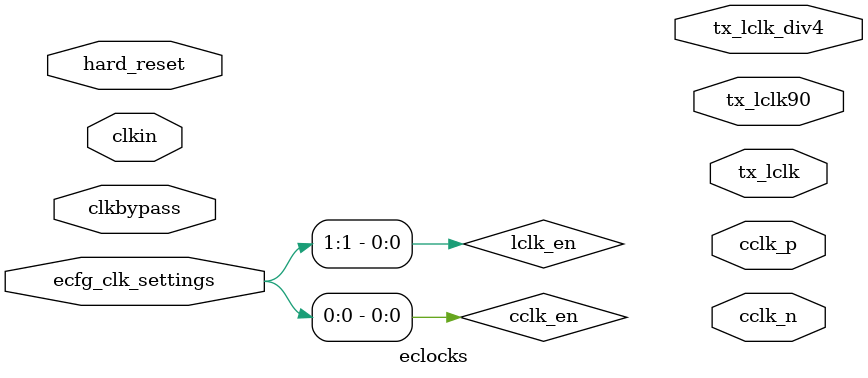
<source format=v>
/*###########################################################################
 # Function:  High speed clock generator for elink
 #      
 #  cclk_p/n     - Epiphany Output Clock (>600MHz) 
 #
 #  tx_lclk_div4 - Parallel data clock (125Mhz)
 #
 #  tx_lclk      - Serial DDR data clock (500MHz)
 #
 #  tx_lclk90    - DDR "Clock" clock, to generate tx_lclk_p/n output
 #                 Same as lclk, shifted by 90 degrees
 #
 ############################################################################
 */

module eclocks (/*AUTOARG*/
   // Outputs
   cclk_p, cclk_n, tx_lclk, tx_lclk90, tx_lclk_div4,
   // Inputs
   clkin, hard_reset, ecfg_clk_settings, clkbypass
   );

   // Parameters must be set as follows:
   //   PFD input frequency = 1/CLKIN1_PERIOD / DIVCLK_DIVIDE (10-450MHz)
   //   VCO frequency = PFD input frequency * CLKFBOUT_MULT (800-1600MHz)
   //   Output frequency = VCO frequency / CLKOUTn_DIVIDE

   //Input clock, reset, config interface
   input        clkin;              // primary input clock 
   input        hard_reset;         //
   input [15:0] ecfg_clk_settings;  // clock settings
   input [2:0] 	clkbypass;          // for bypassing PLL
 	
   
   //Output Clocks
   output       cclk_p, cclk_n;     // high speed Epiphany clock (up to 1GHz)
   output       tx_lclk;            // elink tx serdes clock
   output       tx_lclk90;          // center aligned output clock for elink tx
   output       tx_lclk_div4;       // lclk/4 slow clock for tx parallel logic 

   // Wires
   wire 	cclk_en;
   wire 	lclk_en;
   wire 	cclk;
   
   //Register decoding
   assign cclk_en=ecfg_clk_settings[0];
   assign lclk_en=ecfg_clk_settings[1];

`ifdef TARGET_XILINX	

   //instantiate MMCM
   
`elsif TARGET_CLEAN
      
   clock_divider cclk_divider(
			      // Outputs
			      .clkout		(cclk),
			      .clkout90		(),
			      // Inputs
			      .clkin		(clkin), 
			      .reset            (hard_reset),
			      .divcfg		(ecfg_clk_settings[7:4])
			      );
   
   clock_divider lclk_divider(
			      // Outputs
			      .clkout		(tx_lclk),
			      .clkout90		(tx_lclk90),
			      // Inputs
			      .clkin		(clkin),
			      .reset            (hard_reset),
			      .divcfg		(ecfg_clk_settings[11:8])
			      );
   
   //This clock is always on!
   clock_divider lclk_par_divider(
				  // Outputs
				  .clkout	(tx_lclk_div4),
				  .clkout90	(),
				  // Inputs
				  .clkin	(clkin),
				  .reset        (hard_reset),
				  .divcfg	(ecfg_clk_settings[11:8] + 4'd2)
				  );

   
   //Output buffer
   //Keep clocks on at all times
   assign cclk_p = cclk & cclk_en ;
   assign cclk_n = ~cclk_p;
    
`endif
          
endmodule // eclocks
// Local Variables:
// verilog-library-directories:("." "../../common/hdl")
// End:

/*
  Copyright (C) 2014 Adapteva, Inc.
  Contributed by Andreas Olofsson <andreas@adapteva.com>
 
   This program is free software: you can redistribute it and/or modify
  it under the terms of the GNU General Public License as published by
  the Free Software Foundation, either version 3 of the License, or
  (at your option) any later version.This program is distributed in the hope 
  that it will be useful,but WITHOUT ANY WARRANTY without even the implied 
  warranty of MERCHANTABILITY or FITNESS FOR A PARTICULAR PURPOSE.  See the
  GNU General Public License for more details. You should have received a copy 
  of the GNU General Public License along with this program (see the file 
  COPYING).  If not, see <http://www.gnu.org/licenses/>.
*/

</source>
